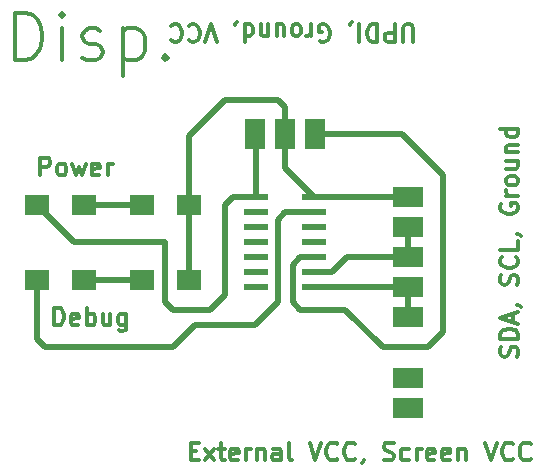
<source format=gbr>
%TF.GenerationSoftware,KiCad,Pcbnew,(6.0.2)*%
%TF.CreationDate,2022-12-06T07:33:19-05:00*%
%TF.ProjectId,Comms,436f6d6d-732e-46b6-9963-61645f706362,rev?*%
%TF.SameCoordinates,Original*%
%TF.FileFunction,Copper,L1,Top*%
%TF.FilePolarity,Positive*%
%FSLAX46Y46*%
G04 Gerber Fmt 4.6, Leading zero omitted, Abs format (unit mm)*
G04 Created by KiCad (PCBNEW (6.0.2)) date 2022-12-06 07:33:19*
%MOMM*%
%LPD*%
G01*
G04 APERTURE LIST*
%ADD10C,0.300000*%
%TA.AperFunction,NonConductor*%
%ADD11C,0.300000*%
%TD*%
%TA.AperFunction,SMDPad,CuDef*%
%ADD12R,2.000000X1.700000*%
%TD*%
%TA.AperFunction,SMDPad,CuDef*%
%ADD13R,2.500000X1.700000*%
%TD*%
%TA.AperFunction,SMDPad,CuDef*%
%ADD14R,1.700000X2.500000*%
%TD*%
%TA.AperFunction,SMDPad,CuDef*%
%ADD15R,2.000000X0.600000*%
%TD*%
%TA.AperFunction,Conductor*%
%ADD16C,0.500000*%
%TD*%
G04 APERTURE END LIST*
D10*
D11*
X115145714Y-98468571D02*
X115145714Y-96968571D01*
X115717142Y-96968571D01*
X115860000Y-97040000D01*
X115931428Y-97111428D01*
X116002857Y-97254285D01*
X116002857Y-97468571D01*
X115931428Y-97611428D01*
X115860000Y-97682857D01*
X115717142Y-97754285D01*
X115145714Y-97754285D01*
X116860000Y-98468571D02*
X116717142Y-98397142D01*
X116645714Y-98325714D01*
X116574285Y-98182857D01*
X116574285Y-97754285D01*
X116645714Y-97611428D01*
X116717142Y-97540000D01*
X116860000Y-97468571D01*
X117074285Y-97468571D01*
X117217142Y-97540000D01*
X117288571Y-97611428D01*
X117360000Y-97754285D01*
X117360000Y-98182857D01*
X117288571Y-98325714D01*
X117217142Y-98397142D01*
X117074285Y-98468571D01*
X116860000Y-98468571D01*
X117860000Y-97468571D02*
X118145714Y-98468571D01*
X118431428Y-97754285D01*
X118717142Y-98468571D01*
X119002857Y-97468571D01*
X120145714Y-98397142D02*
X120002857Y-98468571D01*
X119717142Y-98468571D01*
X119574285Y-98397142D01*
X119502857Y-98254285D01*
X119502857Y-97682857D01*
X119574285Y-97540000D01*
X119717142Y-97468571D01*
X120002857Y-97468571D01*
X120145714Y-97540000D01*
X120217142Y-97682857D01*
X120217142Y-97825714D01*
X119502857Y-97968571D01*
X120860000Y-98468571D02*
X120860000Y-97468571D01*
X120860000Y-97754285D02*
X120931428Y-97611428D01*
X121002857Y-97540000D01*
X121145714Y-97468571D01*
X121288571Y-97468571D01*
D10*
D11*
X146739285Y-87181428D02*
X146739285Y-85967142D01*
X146667857Y-85824285D01*
X146596428Y-85752857D01*
X146453571Y-85681428D01*
X146167857Y-85681428D01*
X146025000Y-85752857D01*
X145953571Y-85824285D01*
X145882142Y-85967142D01*
X145882142Y-87181428D01*
X145167857Y-85681428D02*
X145167857Y-87181428D01*
X144596428Y-87181428D01*
X144453571Y-87110000D01*
X144382142Y-87038571D01*
X144310714Y-86895714D01*
X144310714Y-86681428D01*
X144382142Y-86538571D01*
X144453571Y-86467142D01*
X144596428Y-86395714D01*
X145167857Y-86395714D01*
X143667857Y-85681428D02*
X143667857Y-87181428D01*
X143310714Y-87181428D01*
X143096428Y-87110000D01*
X142953571Y-86967142D01*
X142882142Y-86824285D01*
X142810714Y-86538571D01*
X142810714Y-86324285D01*
X142882142Y-86038571D01*
X142953571Y-85895714D01*
X143096428Y-85752857D01*
X143310714Y-85681428D01*
X143667857Y-85681428D01*
X142167857Y-85681428D02*
X142167857Y-87181428D01*
X141382142Y-85752857D02*
X141382142Y-85681428D01*
X141453571Y-85538571D01*
X141525000Y-85467142D01*
X138810714Y-87110000D02*
X138953571Y-87181428D01*
X139167857Y-87181428D01*
X139382142Y-87110000D01*
X139525000Y-86967142D01*
X139596428Y-86824285D01*
X139667857Y-86538571D01*
X139667857Y-86324285D01*
X139596428Y-86038571D01*
X139525000Y-85895714D01*
X139382142Y-85752857D01*
X139167857Y-85681428D01*
X139025000Y-85681428D01*
X138810714Y-85752857D01*
X138739285Y-85824285D01*
X138739285Y-86324285D01*
X139025000Y-86324285D01*
X138096428Y-85681428D02*
X138096428Y-86681428D01*
X138096428Y-86395714D02*
X138025000Y-86538571D01*
X137953571Y-86610000D01*
X137810714Y-86681428D01*
X137667857Y-86681428D01*
X136953571Y-85681428D02*
X137096428Y-85752857D01*
X137167857Y-85824285D01*
X137239285Y-85967142D01*
X137239285Y-86395714D01*
X137167857Y-86538571D01*
X137096428Y-86610000D01*
X136953571Y-86681428D01*
X136739285Y-86681428D01*
X136596428Y-86610000D01*
X136525000Y-86538571D01*
X136453571Y-86395714D01*
X136453571Y-85967142D01*
X136525000Y-85824285D01*
X136596428Y-85752857D01*
X136739285Y-85681428D01*
X136953571Y-85681428D01*
X135167857Y-86681428D02*
X135167857Y-85681428D01*
X135810714Y-86681428D02*
X135810714Y-85895714D01*
X135739285Y-85752857D01*
X135596428Y-85681428D01*
X135382142Y-85681428D01*
X135239285Y-85752857D01*
X135167857Y-85824285D01*
X134453571Y-86681428D02*
X134453571Y-85681428D01*
X134453571Y-86538571D02*
X134382142Y-86610000D01*
X134239285Y-86681428D01*
X134025000Y-86681428D01*
X133882142Y-86610000D01*
X133810714Y-86467142D01*
X133810714Y-85681428D01*
X132453571Y-85681428D02*
X132453571Y-87181428D01*
X132453571Y-85752857D02*
X132596428Y-85681428D01*
X132882142Y-85681428D01*
X133025000Y-85752857D01*
X133096428Y-85824285D01*
X133167857Y-85967142D01*
X133167857Y-86395714D01*
X133096428Y-86538571D01*
X133025000Y-86610000D01*
X132882142Y-86681428D01*
X132596428Y-86681428D01*
X132453571Y-86610000D01*
X131667857Y-85752857D02*
X131667857Y-85681428D01*
X131739285Y-85538571D01*
X131810714Y-85467142D01*
X130096428Y-87181428D02*
X129596428Y-85681428D01*
X129096428Y-87181428D01*
X127739285Y-85824285D02*
X127810714Y-85752857D01*
X128025000Y-85681428D01*
X128167857Y-85681428D01*
X128382142Y-85752857D01*
X128525000Y-85895714D01*
X128596428Y-86038571D01*
X128667857Y-86324285D01*
X128667857Y-86538571D01*
X128596428Y-86824285D01*
X128525000Y-86967142D01*
X128382142Y-87110000D01*
X128167857Y-87181428D01*
X128025000Y-87181428D01*
X127810714Y-87110000D01*
X127739285Y-87038571D01*
X126239285Y-85824285D02*
X126310714Y-85752857D01*
X126525000Y-85681428D01*
X126667857Y-85681428D01*
X126882142Y-85752857D01*
X127025000Y-85895714D01*
X127096428Y-86038571D01*
X127167857Y-86324285D01*
X127167857Y-86538571D01*
X127096428Y-86824285D01*
X127025000Y-86967142D01*
X126882142Y-87110000D01*
X126667857Y-87181428D01*
X126525000Y-87181428D01*
X126310714Y-87110000D01*
X126239285Y-87038571D01*
D10*
D11*
X127882857Y-121812857D02*
X128382857Y-121812857D01*
X128597142Y-122598571D02*
X127882857Y-122598571D01*
X127882857Y-121098571D01*
X128597142Y-121098571D01*
X129097142Y-122598571D02*
X129882857Y-121598571D01*
X129097142Y-121598571D02*
X129882857Y-122598571D01*
X130240000Y-121598571D02*
X130811428Y-121598571D01*
X130454285Y-121098571D02*
X130454285Y-122384285D01*
X130525714Y-122527142D01*
X130668571Y-122598571D01*
X130811428Y-122598571D01*
X131882857Y-122527142D02*
X131740000Y-122598571D01*
X131454285Y-122598571D01*
X131311428Y-122527142D01*
X131240000Y-122384285D01*
X131240000Y-121812857D01*
X131311428Y-121670000D01*
X131454285Y-121598571D01*
X131740000Y-121598571D01*
X131882857Y-121670000D01*
X131954285Y-121812857D01*
X131954285Y-121955714D01*
X131240000Y-122098571D01*
X132597142Y-122598571D02*
X132597142Y-121598571D01*
X132597142Y-121884285D02*
X132668571Y-121741428D01*
X132740000Y-121670000D01*
X132882857Y-121598571D01*
X133025714Y-121598571D01*
X133525714Y-121598571D02*
X133525714Y-122598571D01*
X133525714Y-121741428D02*
X133597142Y-121670000D01*
X133740000Y-121598571D01*
X133954285Y-121598571D01*
X134097142Y-121670000D01*
X134168571Y-121812857D01*
X134168571Y-122598571D01*
X135525714Y-122598571D02*
X135525714Y-121812857D01*
X135454285Y-121670000D01*
X135311428Y-121598571D01*
X135025714Y-121598571D01*
X134882857Y-121670000D01*
X135525714Y-122527142D02*
X135382857Y-122598571D01*
X135025714Y-122598571D01*
X134882857Y-122527142D01*
X134811428Y-122384285D01*
X134811428Y-122241428D01*
X134882857Y-122098571D01*
X135025714Y-122027142D01*
X135382857Y-122027142D01*
X135525714Y-121955714D01*
X136454285Y-122598571D02*
X136311428Y-122527142D01*
X136240000Y-122384285D01*
X136240000Y-121098571D01*
X137954285Y-121098571D02*
X138454285Y-122598571D01*
X138954285Y-121098571D01*
X140311428Y-122455714D02*
X140240000Y-122527142D01*
X140025714Y-122598571D01*
X139882857Y-122598571D01*
X139668571Y-122527142D01*
X139525714Y-122384285D01*
X139454285Y-122241428D01*
X139382857Y-121955714D01*
X139382857Y-121741428D01*
X139454285Y-121455714D01*
X139525714Y-121312857D01*
X139668571Y-121170000D01*
X139882857Y-121098571D01*
X140025714Y-121098571D01*
X140240000Y-121170000D01*
X140311428Y-121241428D01*
X141811428Y-122455714D02*
X141740000Y-122527142D01*
X141525714Y-122598571D01*
X141382857Y-122598571D01*
X141168571Y-122527142D01*
X141025714Y-122384285D01*
X140954285Y-122241428D01*
X140882857Y-121955714D01*
X140882857Y-121741428D01*
X140954285Y-121455714D01*
X141025714Y-121312857D01*
X141168571Y-121170000D01*
X141382857Y-121098571D01*
X141525714Y-121098571D01*
X141740000Y-121170000D01*
X141811428Y-121241428D01*
X142525714Y-122527142D02*
X142525714Y-122598571D01*
X142454285Y-122741428D01*
X142382857Y-122812857D01*
X144240000Y-122527142D02*
X144454285Y-122598571D01*
X144811428Y-122598571D01*
X144954285Y-122527142D01*
X145025714Y-122455714D01*
X145097142Y-122312857D01*
X145097142Y-122170000D01*
X145025714Y-122027142D01*
X144954285Y-121955714D01*
X144811428Y-121884285D01*
X144525714Y-121812857D01*
X144382857Y-121741428D01*
X144311428Y-121670000D01*
X144240000Y-121527142D01*
X144240000Y-121384285D01*
X144311428Y-121241428D01*
X144382857Y-121170000D01*
X144525714Y-121098571D01*
X144882857Y-121098571D01*
X145097142Y-121170000D01*
X146382857Y-122527142D02*
X146240000Y-122598571D01*
X145954285Y-122598571D01*
X145811428Y-122527142D01*
X145740000Y-122455714D01*
X145668571Y-122312857D01*
X145668571Y-121884285D01*
X145740000Y-121741428D01*
X145811428Y-121670000D01*
X145954285Y-121598571D01*
X146240000Y-121598571D01*
X146382857Y-121670000D01*
X147025714Y-122598571D02*
X147025714Y-121598571D01*
X147025714Y-121884285D02*
X147097142Y-121741428D01*
X147168571Y-121670000D01*
X147311428Y-121598571D01*
X147454285Y-121598571D01*
X148525714Y-122527142D02*
X148382857Y-122598571D01*
X148097142Y-122598571D01*
X147954285Y-122527142D01*
X147882857Y-122384285D01*
X147882857Y-121812857D01*
X147954285Y-121670000D01*
X148097142Y-121598571D01*
X148382857Y-121598571D01*
X148525714Y-121670000D01*
X148597142Y-121812857D01*
X148597142Y-121955714D01*
X147882857Y-122098571D01*
X149811428Y-122527142D02*
X149668571Y-122598571D01*
X149382857Y-122598571D01*
X149240000Y-122527142D01*
X149168571Y-122384285D01*
X149168571Y-121812857D01*
X149240000Y-121670000D01*
X149382857Y-121598571D01*
X149668571Y-121598571D01*
X149811428Y-121670000D01*
X149882857Y-121812857D01*
X149882857Y-121955714D01*
X149168571Y-122098571D01*
X150525714Y-121598571D02*
X150525714Y-122598571D01*
X150525714Y-121741428D02*
X150597142Y-121670000D01*
X150740000Y-121598571D01*
X150954285Y-121598571D01*
X151097142Y-121670000D01*
X151168571Y-121812857D01*
X151168571Y-122598571D01*
X152811428Y-121098571D02*
X153311428Y-122598571D01*
X153811428Y-121098571D01*
X155168571Y-122455714D02*
X155097142Y-122527142D01*
X154882857Y-122598571D01*
X154740000Y-122598571D01*
X154525714Y-122527142D01*
X154382857Y-122384285D01*
X154311428Y-122241428D01*
X154240000Y-121955714D01*
X154240000Y-121741428D01*
X154311428Y-121455714D01*
X154382857Y-121312857D01*
X154525714Y-121170000D01*
X154740000Y-121098571D01*
X154882857Y-121098571D01*
X155097142Y-121170000D01*
X155168571Y-121241428D01*
X156668571Y-122455714D02*
X156597142Y-122527142D01*
X156382857Y-122598571D01*
X156240000Y-122598571D01*
X156025714Y-122527142D01*
X155882857Y-122384285D01*
X155811428Y-122241428D01*
X155740000Y-121955714D01*
X155740000Y-121741428D01*
X155811428Y-121455714D01*
X155882857Y-121312857D01*
X156025714Y-121170000D01*
X156240000Y-121098571D01*
X156382857Y-121098571D01*
X156597142Y-121170000D01*
X156668571Y-121241428D01*
D10*
D11*
X112999047Y-88689523D02*
X112999047Y-84689523D01*
X113951428Y-84689523D01*
X114522857Y-84880000D01*
X114903809Y-85260952D01*
X115094285Y-85641904D01*
X115284761Y-86403809D01*
X115284761Y-86975238D01*
X115094285Y-87737142D01*
X114903809Y-88118095D01*
X114522857Y-88499047D01*
X113951428Y-88689523D01*
X112999047Y-88689523D01*
X116999047Y-88689523D02*
X116999047Y-86022857D01*
X116999047Y-84689523D02*
X116808571Y-84880000D01*
X116999047Y-85070476D01*
X117189523Y-84880000D01*
X116999047Y-84689523D01*
X116999047Y-85070476D01*
X118713333Y-88499047D02*
X119094285Y-88689523D01*
X119856190Y-88689523D01*
X120237142Y-88499047D01*
X120427619Y-88118095D01*
X120427619Y-87927619D01*
X120237142Y-87546666D01*
X119856190Y-87356190D01*
X119284761Y-87356190D01*
X118903809Y-87165714D01*
X118713333Y-86784761D01*
X118713333Y-86594285D01*
X118903809Y-86213333D01*
X119284761Y-86022857D01*
X119856190Y-86022857D01*
X120237142Y-86213333D01*
X122141904Y-86022857D02*
X122141904Y-90022857D01*
X122141904Y-86213333D02*
X122522857Y-86022857D01*
X123284761Y-86022857D01*
X123665714Y-86213333D01*
X123856190Y-86403809D01*
X124046666Y-86784761D01*
X124046666Y-87927619D01*
X123856190Y-88308571D01*
X123665714Y-88499047D01*
X123284761Y-88689523D01*
X122522857Y-88689523D01*
X122141904Y-88499047D01*
X125760952Y-88308571D02*
X125951428Y-88499047D01*
X125760952Y-88689523D01*
X125570476Y-88499047D01*
X125760952Y-88308571D01*
X125760952Y-88689523D01*
D10*
D11*
X116308571Y-111168571D02*
X116308571Y-109668571D01*
X116665714Y-109668571D01*
X116880000Y-109740000D01*
X117022857Y-109882857D01*
X117094285Y-110025714D01*
X117165714Y-110311428D01*
X117165714Y-110525714D01*
X117094285Y-110811428D01*
X117022857Y-110954285D01*
X116880000Y-111097142D01*
X116665714Y-111168571D01*
X116308571Y-111168571D01*
X118380000Y-111097142D02*
X118237142Y-111168571D01*
X117951428Y-111168571D01*
X117808571Y-111097142D01*
X117737142Y-110954285D01*
X117737142Y-110382857D01*
X117808571Y-110240000D01*
X117951428Y-110168571D01*
X118237142Y-110168571D01*
X118380000Y-110240000D01*
X118451428Y-110382857D01*
X118451428Y-110525714D01*
X117737142Y-110668571D01*
X119094285Y-111168571D02*
X119094285Y-109668571D01*
X119094285Y-110240000D02*
X119237142Y-110168571D01*
X119522857Y-110168571D01*
X119665714Y-110240000D01*
X119737142Y-110311428D01*
X119808571Y-110454285D01*
X119808571Y-110882857D01*
X119737142Y-111025714D01*
X119665714Y-111097142D01*
X119522857Y-111168571D01*
X119237142Y-111168571D01*
X119094285Y-111097142D01*
X121094285Y-110168571D02*
X121094285Y-111168571D01*
X120451428Y-110168571D02*
X120451428Y-110954285D01*
X120522857Y-111097142D01*
X120665714Y-111168571D01*
X120880000Y-111168571D01*
X121022857Y-111097142D01*
X121094285Y-111025714D01*
X122451428Y-110168571D02*
X122451428Y-111382857D01*
X122380000Y-111525714D01*
X122308571Y-111597142D01*
X122165714Y-111668571D01*
X121951428Y-111668571D01*
X121808571Y-111597142D01*
X122451428Y-111097142D02*
X122308571Y-111168571D01*
X122022857Y-111168571D01*
X121880000Y-111097142D01*
X121808571Y-111025714D01*
X121737142Y-110882857D01*
X121737142Y-110454285D01*
X121808571Y-110311428D01*
X121880000Y-110240000D01*
X122022857Y-110168571D01*
X122308571Y-110168571D01*
X122451428Y-110240000D01*
D10*
D11*
X155547142Y-113818571D02*
X155618571Y-113604285D01*
X155618571Y-113247142D01*
X155547142Y-113104285D01*
X155475714Y-113032857D01*
X155332857Y-112961428D01*
X155190000Y-112961428D01*
X155047142Y-113032857D01*
X154975714Y-113104285D01*
X154904285Y-113247142D01*
X154832857Y-113532857D01*
X154761428Y-113675714D01*
X154690000Y-113747142D01*
X154547142Y-113818571D01*
X154404285Y-113818571D01*
X154261428Y-113747142D01*
X154190000Y-113675714D01*
X154118571Y-113532857D01*
X154118571Y-113175714D01*
X154190000Y-112961428D01*
X155618571Y-112318571D02*
X154118571Y-112318571D01*
X154118571Y-111961428D01*
X154190000Y-111747142D01*
X154332857Y-111604285D01*
X154475714Y-111532857D01*
X154761428Y-111461428D01*
X154975714Y-111461428D01*
X155261428Y-111532857D01*
X155404285Y-111604285D01*
X155547142Y-111747142D01*
X155618571Y-111961428D01*
X155618571Y-112318571D01*
X155190000Y-110890000D02*
X155190000Y-110175714D01*
X155618571Y-111032857D02*
X154118571Y-110532857D01*
X155618571Y-110032857D01*
X155547142Y-109461428D02*
X155618571Y-109461428D01*
X155761428Y-109532857D01*
X155832857Y-109604285D01*
X155547142Y-107747142D02*
X155618571Y-107532857D01*
X155618571Y-107175714D01*
X155547142Y-107032857D01*
X155475714Y-106961428D01*
X155332857Y-106890000D01*
X155190000Y-106890000D01*
X155047142Y-106961428D01*
X154975714Y-107032857D01*
X154904285Y-107175714D01*
X154832857Y-107461428D01*
X154761428Y-107604285D01*
X154690000Y-107675714D01*
X154547142Y-107747142D01*
X154404285Y-107747142D01*
X154261428Y-107675714D01*
X154190000Y-107604285D01*
X154118571Y-107461428D01*
X154118571Y-107104285D01*
X154190000Y-106890000D01*
X155475714Y-105390000D02*
X155547142Y-105461428D01*
X155618571Y-105675714D01*
X155618571Y-105818571D01*
X155547142Y-106032857D01*
X155404285Y-106175714D01*
X155261428Y-106247142D01*
X154975714Y-106318571D01*
X154761428Y-106318571D01*
X154475714Y-106247142D01*
X154332857Y-106175714D01*
X154190000Y-106032857D01*
X154118571Y-105818571D01*
X154118571Y-105675714D01*
X154190000Y-105461428D01*
X154261428Y-105390000D01*
X155618571Y-104032857D02*
X155618571Y-104747142D01*
X154118571Y-104747142D01*
X155547142Y-103461428D02*
X155618571Y-103461428D01*
X155761428Y-103532857D01*
X155832857Y-103604285D01*
X154190000Y-100890000D02*
X154118571Y-101032857D01*
X154118571Y-101247142D01*
X154190000Y-101461428D01*
X154332857Y-101604285D01*
X154475714Y-101675714D01*
X154761428Y-101747142D01*
X154975714Y-101747142D01*
X155261428Y-101675714D01*
X155404285Y-101604285D01*
X155547142Y-101461428D01*
X155618571Y-101247142D01*
X155618571Y-101104285D01*
X155547142Y-100890000D01*
X155475714Y-100818571D01*
X154975714Y-100818571D01*
X154975714Y-101104285D01*
X155618571Y-100175714D02*
X154618571Y-100175714D01*
X154904285Y-100175714D02*
X154761428Y-100104285D01*
X154690000Y-100032857D01*
X154618571Y-99890000D01*
X154618571Y-99747142D01*
X155618571Y-99032857D02*
X155547142Y-99175714D01*
X155475714Y-99247142D01*
X155332857Y-99318571D01*
X154904285Y-99318571D01*
X154761428Y-99247142D01*
X154690000Y-99175714D01*
X154618571Y-99032857D01*
X154618571Y-98818571D01*
X154690000Y-98675714D01*
X154761428Y-98604285D01*
X154904285Y-98532857D01*
X155332857Y-98532857D01*
X155475714Y-98604285D01*
X155547142Y-98675714D01*
X155618571Y-98818571D01*
X155618571Y-99032857D01*
X154618571Y-97247142D02*
X155618571Y-97247142D01*
X154618571Y-97890000D02*
X155404285Y-97890000D01*
X155547142Y-97818571D01*
X155618571Y-97675714D01*
X155618571Y-97461428D01*
X155547142Y-97318571D01*
X155475714Y-97247142D01*
X154618571Y-96532857D02*
X155618571Y-96532857D01*
X154761428Y-96532857D02*
X154690000Y-96461428D01*
X154618571Y-96318571D01*
X154618571Y-96104285D01*
X154690000Y-95961428D01*
X154832857Y-95890000D01*
X155618571Y-95890000D01*
X155618571Y-94532857D02*
X154118571Y-94532857D01*
X155547142Y-94532857D02*
X155618571Y-94675714D01*
X155618571Y-94961428D01*
X155547142Y-95104285D01*
X155475714Y-95175714D01*
X155332857Y-95247142D01*
X154904285Y-95247142D01*
X154761428Y-95175714D01*
X154690000Y-95104285D01*
X154618571Y-94961428D01*
X154618571Y-94675714D01*
X154690000Y-94532857D01*
D12*
%TO.P,R3,1*%
%TO.N,Net-(J3-Pad2)*%
X127730000Y-100965000D03*
%TO.P,R3,2*%
%TO.N,Net-(D3-Pad1)*%
X123730000Y-100965000D03*
%TD*%
D13*
%TO.P,J4,1,Pin_1*%
%TO.N,Net-(J3-Pad2)*%
X146290000Y-100310000D03*
%TO.P,J4,2,Pin_2*%
%TO.N,Net-(J4-Pad2)*%
X146290000Y-102850000D03*
%TO.P,J4,3,Pin_3*%
X146290000Y-105390000D03*
%TO.P,J4,4,Pin_4*%
%TO.N,Net-(J4-Pad4)*%
X146290000Y-107930000D03*
%TO.P,J4,5,Pin_5*%
X146290000Y-110470000D03*
%TD*%
D12*
%TO.P,R4,1*%
%TO.N,Net-(D4-Pad1)*%
X123730000Y-107315000D03*
%TO.P,R4,2*%
%TO.N,Net-(J3-Pad2)*%
X127730000Y-107315000D03*
%TD*%
%TO.P,D3,1,K*%
%TO.N,Net-(D3-Pad1)*%
X118840000Y-100965000D03*
%TO.P,D3,2,A*%
%TO.N,Net-(D3-Pad2)*%
X114840000Y-100965000D03*
%TD*%
%TO.P,D4,1,K*%
%TO.N,Net-(D4-Pad1)*%
X118840000Y-107315000D03*
%TO.P,D4,2,A*%
%TO.N,Net-(D4-Pad2)*%
X114840000Y-107315000D03*
%TD*%
D14*
%TO.P,J3,1,Pin_1*%
%TO.N,Net-(D3-Pad2)*%
X133340000Y-95010000D03*
%TO.P,J3,2,Pin_2*%
%TO.N,Net-(J3-Pad2)*%
X135880000Y-95010000D03*
%TO.P,J3,3,Pin_3*%
%TO.N,Net-(J3-Pad3)*%
X138420000Y-95010000D03*
%TD*%
D15*
%TO.P,U2,1,VCC*%
%TO.N,Net-(D3-Pad2)*%
X133415000Y-100330000D03*
%TO.P,U2,2,PA4*%
%TO.N,unconnected-(U2-Pad2)*%
X133415000Y-101600000D03*
%TO.P,U2,3,PA5*%
%TO.N,unconnected-(U2-Pad3)*%
X133415000Y-102870000D03*
%TO.P,U2,4,PA6/DAC*%
%TO.N,unconnected-(U2-Pad4)*%
X133415000Y-104140000D03*
%TO.P,U2,5,PA7*%
%TO.N,unconnected-(U2-Pad5)*%
X133415000Y-105410000D03*
%TO.P,U2,6,PB3/RXD*%
%TO.N,unconnected-(U2-Pad6)*%
X133415000Y-106680000D03*
%TO.P,U2,7,PB2/TXD*%
%TO.N,unconnected-(U2-Pad7)*%
X133415000Y-107950000D03*
%TO.P,U2,8,PB1/SDA*%
%TO.N,Net-(J4-Pad4)*%
X138365000Y-107950000D03*
%TO.P,U2,9,PB0/SCL*%
%TO.N,Net-(J4-Pad2)*%
X138365000Y-106680000D03*
%TO.P,U2,10,~{RESET}/UPDI/PA0*%
%TO.N,Net-(J3-Pad3)*%
X138365000Y-105410000D03*
%TO.P,U2,11,PA1*%
%TO.N,unconnected-(U2-Pad11)*%
X138365000Y-104140000D03*
%TO.P,U2,12,PA2*%
%TO.N,unconnected-(U2-Pad12)*%
X138365000Y-102870000D03*
%TO.P,U2,13,PA3/SCK*%
%TO.N,Net-(D4-Pad2)*%
X138365000Y-101600000D03*
%TO.P,U2,14,GND*%
%TO.N,Net-(J3-Pad2)*%
X138365000Y-100330000D03*
%TD*%
D13*
%TO.P,J5,1*%
%TO.N,unconnected-(J5-Pad1)*%
X146290000Y-115590000D03*
%TO.P,J5,2*%
%TO.N,unconnected-(J5-Pad2)*%
X146290000Y-118130000D03*
%TD*%
D16*
%TO.N,Net-(D3-Pad2)*%
X130810000Y-108585000D02*
X130810000Y-100965000D01*
X114840000Y-100965000D02*
X118015000Y-104140000D01*
X125730000Y-109220000D02*
X126365000Y-109855000D01*
X125730000Y-104140000D02*
X125730000Y-109220000D01*
X133415000Y-95085000D02*
X133340000Y-95010000D01*
X126365000Y-109855000D02*
X129540000Y-109855000D01*
X129540000Y-109855000D02*
X130810000Y-108585000D01*
X131445000Y-100330000D02*
X133415000Y-100330000D01*
X133415000Y-100330000D02*
X133415000Y-95085000D01*
X130810000Y-100965000D02*
X131445000Y-100330000D01*
X118015000Y-104140000D02*
X125730000Y-104140000D01*
%TO.N,Net-(D3-Pad1)*%
X118840000Y-100965000D02*
X123730000Y-100965000D01*
%TO.N,Net-(D4-Pad2)*%
X135890000Y-101600000D02*
X138365000Y-101600000D01*
X135255000Y-102235000D02*
X135890000Y-101600000D01*
X115570000Y-113030000D02*
X126365000Y-113030000D01*
X126365000Y-113030000D02*
X128270000Y-111125000D01*
X114840000Y-112300000D02*
X115570000Y-113030000D01*
X133350000Y-111125000D02*
X135255000Y-109220000D01*
X114840000Y-107315000D02*
X114840000Y-112300000D01*
X128270000Y-111125000D02*
X133350000Y-111125000D01*
X135255000Y-109220000D02*
X135255000Y-102235000D01*
%TO.N,Net-(D4-Pad1)*%
X118840000Y-107315000D02*
X123730000Y-107315000D01*
%TO.N,Net-(J3-Pad2)*%
X135255000Y-92075000D02*
X135890000Y-92710000D01*
X127730000Y-107315000D02*
X127730000Y-100965000D01*
X135880000Y-97845000D02*
X138365000Y-100330000D01*
X127730000Y-95155000D02*
X130810000Y-92075000D01*
X135890000Y-92710000D02*
X135880000Y-92720000D01*
X135880000Y-92720000D02*
X135880000Y-95010000D01*
X135880000Y-95010000D02*
X135880000Y-97845000D01*
X130810000Y-92075000D02*
X135255000Y-92075000D01*
X138365000Y-100330000D02*
X146290000Y-100330000D01*
X127730000Y-100965000D02*
X127730000Y-95155000D01*
%TO.N,Net-(J3-Pad3)*%
X137160000Y-109855000D02*
X136525000Y-109220000D01*
X136525000Y-109220000D02*
X136525000Y-106045000D01*
X144145000Y-113030000D02*
X140970000Y-109855000D01*
X147955000Y-113030000D02*
X144145000Y-113030000D01*
X136525000Y-106045000D02*
X137160000Y-105410000D01*
X138420000Y-95010000D02*
X145810000Y-95010000D01*
X137160000Y-105410000D02*
X138365000Y-105410000D01*
X149225000Y-111760000D02*
X147955000Y-113030000D01*
X145810000Y-95010000D02*
X149225000Y-98425000D01*
X149225000Y-98425000D02*
X149225000Y-111760000D01*
X140970000Y-109855000D02*
X137160000Y-109855000D01*
%TO.N,Net-(J4-Pad2)*%
X141135000Y-105410000D02*
X146290000Y-105410000D01*
X146290000Y-102870000D02*
X146290000Y-105410000D01*
X139865000Y-106680000D02*
X141135000Y-105410000D01*
X138365000Y-106680000D02*
X139865000Y-106680000D01*
%TO.N,Net-(J4-Pad4)*%
X146290000Y-107950000D02*
X138365000Y-107950000D01*
X146290000Y-107950000D02*
X146290000Y-110490000D01*
%TD*%
M02*

</source>
